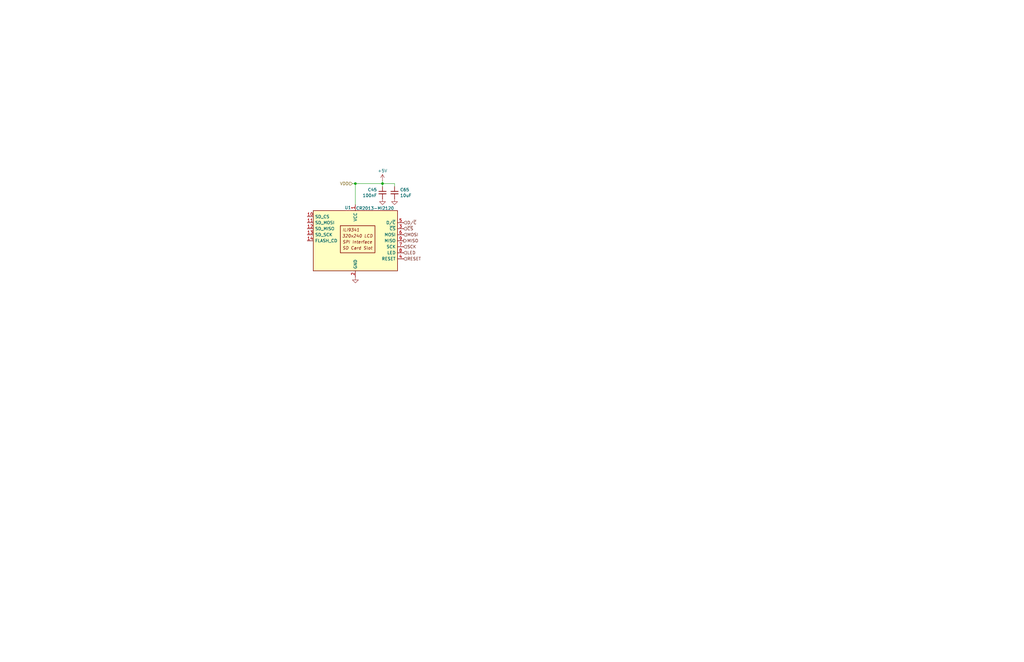
<source format=kicad_sch>
(kicad_sch (version 20250114) (generator "eeschema") (generator_version "9.0")
  (paper "B")
  (lib_symbols
    (symbol "Device:C_Small" (pin_numbers (hide yes)) (pin_names (offset 0.254) (hide yes))
      (property "Reference" "C" (at 0.254 1.778 0))
      (property "Value" "C_Small" (at 0.254 -2.032 0))
      (symbol "C_Small_0_1"
        (polyline (pts (xy -1.524 0.508) (xy 1.524 0.508)) (stroke (width 0.3048)))
        (polyline (pts (xy -1.524 -0.508) (xy 1.524 -0.508)) (stroke (width 0.3302)))
      )
      (symbol "C_Small_1_1"
        (pin passive line (at 0 2.54 270) (length 2.032) (name "~") (number "1"))
        (pin passive line (at 0 -2.54 90) (length 2.032) (name "~") (number "2"))
      )
    )
    (symbol "Driver_Display:CR2013-MI2120" (pin_names (offset 0.762))
      (property "Reference" "U" (at -17.526 13.97 0))
      (property "Value" "CR2013-MI2120" (at 1.905 13.97 0))
      (symbol "CR2013-MI2120_0_0"
        (text "ILI9341" (at -5.461 4.572 0) (effects (font (size 1.27 1.27) (italic yes)) (justify left)))
        (text "SPI Interface" (at -5.461 -0.508 0) (effects (font (size 1.27 1.27) (italic yes)) (justify left)))
        (text "SD Card Slot" (at -5.461 -3.048 0) (effects (font (size 1.27 1.27) (italic yes)) (justify left)))
        (text "320x240 LCD" (at 0.889 2.032 0) (effects (font (size 1.27 1.27) (italic yes))))
      )
      (symbol "CR2013-MI2120_0_1"
        (rectangle (start -17.78 12.7) (end 17.78 -12.7) (stroke (width 0.254)) (fill (type background)))
        (rectangle (start -6.35 6.35) (end 8.255 -5.08) (stroke (width 0.254)))
      )
      (symbol "CR2013-MI2120_1_1"
        (pin input line (at -20.32 10.16 0) (length 2.54) (name "SD_CS") (number "10"))
        (pin input line (at -20.32 7.62 0) (length 2.54) (name "SD_MOSI") (number "11"))
        (pin output line (at -20.32 5.08 0) (length 2.54) (name "SD_MISO") (number "12"))
        (pin input line (at -20.32 2.54 0) (length 2.54) (name "SD_SCK") (number "13"))
        (pin input line (at -20.32 0 0) (length 2.54) (name "FLASH_CD") (number "14"))
        (pin power_in line (at 0 15.24 270) (length 2.54) (name "VCC") (number "1"))
        (pin power_in line (at 0 -15.24 90) (length 2.54) (name "GND") (number "2"))
        (pin input line (at 20.32 7.62 180) (length 2.54) (name "D/~{C}") (number "5"))
        (pin input line (at 20.32 5.08 180) (length 2.54) (name "~{CS}") (number "3"))
        (pin input line (at 20.32 2.54 180) (length 2.54) (name "MOSI") (number "6"))
        (pin output line (at 20.32 0 180) (length 2.54) (name "MISO") (number "9"))
        (pin input line (at 20.32 -2.54 180) (length 2.54) (name "SCK") (number "7"))
        (pin input line (at 20.32 -5.08 180) (length 2.54) (name "LED") (number "8"))
        (pin input line (at 20.32 -7.62 180) (length 2.54) (name "RESET") (number "4"))
      )
    )
    (symbol "power:+5V" (power) (pin_numbers (hide yes)) (pin_names (offset 0) (hide yes))
      (property "Value" "+5V" (at 0 3.556 0))
      (symbol "+5V_0_1"
        (polyline (pts (xy -0.762 1.27) (xy 0 2.54)))
        (polyline (pts (xy 0 2.54) (xy 0.762 1.27)))
        (polyline (pts (xy 0 0) (xy 0 2.54)))
      )
      (symbol "+5V_1_1"
        (pin power_in line (at 0 0 90) (length 0) (name "~") (number "1"))
      )
    )
    (symbol "power:GND" (power) (pin_numbers (hide yes)) (pin_names (offset 0) (hide yes))
      (property "Value" "GND" (at 0 -3.81 0))
      (symbol "GND_0_1"
        (polyline (pts (xy 0 0) (xy 0 -1.27) (xy 1.27 -1.27) (xy 0 -2.54) (xy -1.27 -1.27) (xy 0 -1.27)))
      )
      (symbol "GND_1_1"
        (pin power_in line (at 0 0 270) (length 0) (name "~") (number "1"))
      )
    )
  )
  (junction (at 149.86 77.47))
  (junction (at 161.29 77.47))
  (wire (pts (xy 149.86 86.36) (xy 149.86 77.47)))
  (wire (pts (xy 166.37 77.47) (xy 161.29 77.47)))
  (wire (pts (xy 166.37 78.74) (xy 166.37 77.47)))
  (wire (pts (xy 161.29 77.47) (xy 161.29 78.74)))
  (wire (pts (xy 161.29 76.2) (xy 161.29 77.47)))
  (wire (pts (xy 149.86 77.47) (xy 161.29 77.47)))
  (wire (pts (xy 148.59 77.47) (xy 149.86 77.47)))
  (hierarchical_label "MOSI" (shape input) (at 170.18 99.06 0))
  (hierarchical_label "RESET" (shape input) (at 170.18 109.22 0))
  (hierarchical_label "VDD" (shape input) (at 148.59 77.47 180))
  (hierarchical_label "D{slash}~{C}" (shape input) (at 170.18 93.98 0))
  (hierarchical_label "MISO" (shape output) (at 170.18 101.6 0))
  (hierarchical_label "SCK" (shape input) (at 170.18 104.14 0))
  (hierarchical_label "LED" (shape input) (at 170.18 106.68 0))
  (hierarchical_label "~{CS}" (shape input) (at 170.18 96.52 0))
  (symbol (lib_id "Device:C_Small") (at 161.29 81.28 0) (mirror y) (unit 1)
    (property "Reference" "C45" (at 158.9659 80.0741 0) (effects (justify left)))
    (property "Value" "100nF" (at 158.9659 82.4984 0) (effects (justify left)))
    (property "Description" "Unpolarized capacitor, small symbol" (effects (hide yes)))
  )
  (symbol (lib_id "power:GND") (at 166.37 83.82 0) (unit 1)
    (property "Reference" "#PWR0175" (effects (hide yes)))
    (property "Value" "GND" (effects (hide yes)))
    (property "Description" "Power symbol creates a global label with name \"GND\" , ground" (effects (hide yes)))
  )
  (symbol (lib_id "power:GND") (at 161.29 83.82 0) (unit 1)
    (property "Reference" "#PWR0133" (effects (hide yes)))
    (property "Value" "GND" (effects (hide yes)))
    (property "Description" "Power symbol creates a global label with name \"GND\" , ground" (effects (hide yes)))
  )
  (symbol (lib_id "power:+5V") (at 161.29 76.2 0) (unit 1)
    (property "Reference" "#PWR0132" (effects (hide yes)))
    (property "Value" "+5V" (at 161.29 72.0669 0))
    (property "Description" "Power symbol creates a global label with name \"+5V\"" (effects (hide yes)))
  )
  (symbol (lib_id "power:GND") (at 149.86 116.84 0) (unit 1)
    (property "Reference" "#PWR0131" (effects (hide yes)))
    (property "Value" "GND" (effects (hide yes)))
    (property "Description" "Power symbol creates a global label with name \"GND\" , ground" (effects (hide yes)))
  )
  (symbol (lib_id "Driver_Display:CR2013-MI2120") (at 149.86 101.6 0) (unit 1)
    (property "Reference" "U1" (at 148.082 87.63 0) (effects (justify right)))
    (property "Value" "CR2013-MI2120" (at 150.114 87.884 0) (effects (justify left)))
    (property "Footprint" "Display:CR2013-MI2120" (effects (hide yes)))
    (property "Datasheet" "https://www.adafruit.com/product/1770" (effects (hide yes)))
    (property "Description" "ILI9341 controller, SPI TFT LCD Display, 9-pin breakout PCB, 4-pin SD card interface, 5V/3.3V" (effects (hide yes)))
  )
  (symbol (lib_id "Device:C_Small") (at 166.37 81.28 0) (unit 1)
    (property "Reference" "C65" (at 168.6941 80.0741 0) (effects (justify left)))
    (property "Value" "10uF" (at 168.6941 82.4984 0) (effects (justify left)))
    (property "Description" "Unpolarized capacitor, small symbol" (effects (hide yes)))
  )
)
</source>
